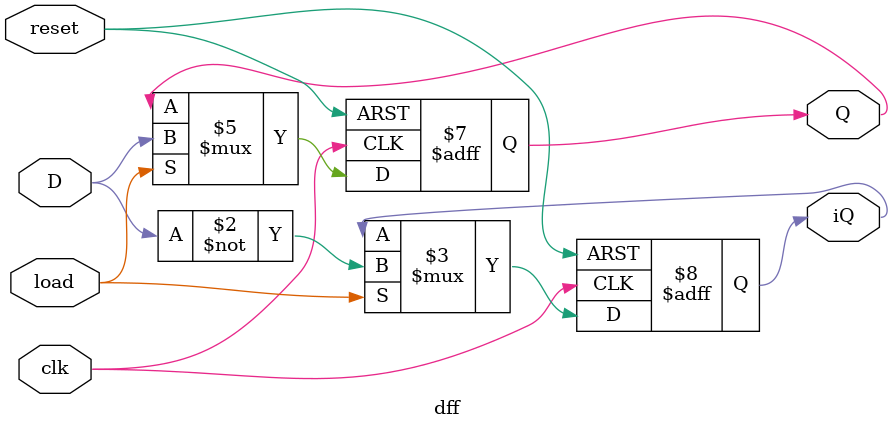
<source format=v>
module dff (input clk, reset, load,
            input D,
            output reg Q, iQ);

always @(posedge clk or posedge reset) begin
    if (reset) begin
        Q <= 0;
        iQ <= 1; end
    else if (load) begin
        Q <= D; 
        iQ <= ~D; end
end

endmodule
</source>
